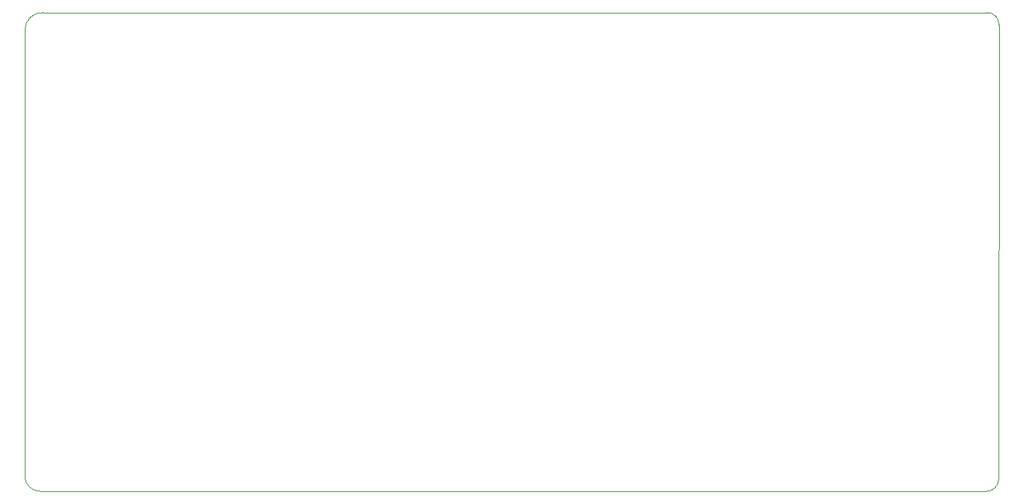
<source format=gm1>
G04 #@! TF.GenerationSoftware,KiCad,Pcbnew,9.0.4*
G04 #@! TF.CreationDate,2025-09-20T14:32:32-07:00*
G04 #@! TF.ProjectId,Macro_Pad,4d616372-6f5f-4506-9164-2e6b69636164,rev?*
G04 #@! TF.SameCoordinates,Original*
G04 #@! TF.FileFunction,Profile,NP*
%FSLAX46Y46*%
G04 Gerber Fmt 4.6, Leading zero omitted, Abs format (unit mm)*
G04 Created by KiCad (PCBNEW 9.0.4) date 2025-09-20 14:32:32*
%MOMM*%
%LPD*%
G01*
G04 APERTURE LIST*
G04 #@! TA.AperFunction,Profile*
%ADD10C,0.100000*%
G04 #@! TD*
G04 APERTURE END LIST*
D10*
X203800000Y-86750000D02*
X97400000Y-86750000D01*
X97050000Y-140711072D02*
X203612435Y-140743425D01*
X95352870Y-88748296D02*
G75*
G02*
X97400000Y-86750005I1951730J48296D01*
G01*
X205100536Y-139299106D02*
X205120021Y-88149884D01*
X97050000Y-140711072D02*
G75*
G02*
X95338929Y-138998296I0J1711072D01*
G01*
X95352871Y-88748296D02*
X95338929Y-138998296D01*
X203800000Y-86750000D02*
G75*
G02*
X205120022Y-88149884I0J-1322300D01*
G01*
X205100536Y-139300026D02*
G75*
G02*
X203612437Y-140743351I-1443636J-374D01*
G01*
M02*

</source>
